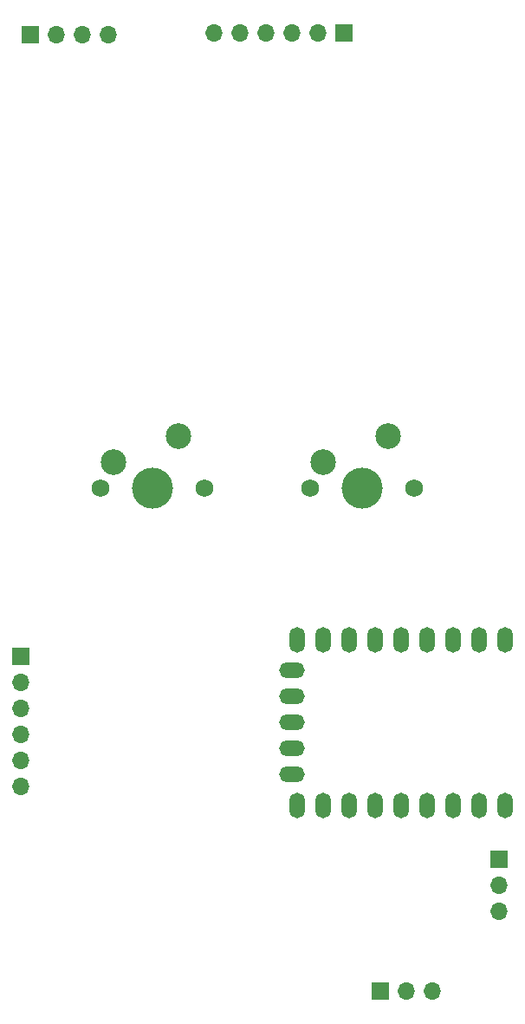
<source format=gbs>
G04 #@! TF.GenerationSoftware,KiCad,Pcbnew,7.0.1*
G04 #@! TF.CreationDate,2023-12-15T11:31:03-05:00*
G04 #@! TF.ProjectId,strum,73747275-6d2e-46b6-9963-61645f706362,rev?*
G04 #@! TF.SameCoordinates,Original*
G04 #@! TF.FileFunction,Soldermask,Bot*
G04 #@! TF.FilePolarity,Negative*
%FSLAX46Y46*%
G04 Gerber Fmt 4.6, Leading zero omitted, Abs format (unit mm)*
G04 Created by KiCad (PCBNEW 7.0.1) date 2023-12-15 11:31:03*
%MOMM*%
%LPD*%
G01*
G04 APERTURE LIST*
%ADD10R,1.700000X1.700000*%
%ADD11O,1.700000X1.700000*%
%ADD12O,1.500000X2.500000*%
%ADD13O,2.500000X1.500000*%
%ADD14C,1.750000*%
%ADD15C,4.000000*%
%ADD16C,2.500000*%
G04 APERTURE END LIST*
D10*
X131430000Y-40360000D03*
D11*
X133970000Y-40360000D03*
X136510000Y-40360000D03*
X139050000Y-40360000D03*
D10*
X130500000Y-101030000D03*
D11*
X130500000Y-103570000D03*
X130500000Y-106110000D03*
X130500000Y-108650000D03*
X130500000Y-111190000D03*
X130500000Y-113730000D03*
D12*
X177750000Y-99400000D03*
X175210000Y-99400000D03*
X172670000Y-99400000D03*
X170130000Y-99400000D03*
X167590000Y-99400000D03*
X165050000Y-99400000D03*
X162510000Y-99400000D03*
X159970000Y-99400000D03*
X157430000Y-99400000D03*
D13*
X156930000Y-102440000D03*
X156930000Y-104980000D03*
X156930000Y-107520000D03*
X156930000Y-110060000D03*
X156930000Y-112600000D03*
D12*
X157430000Y-115640000D03*
X159970000Y-115640000D03*
X162510000Y-115640000D03*
X165050000Y-115640000D03*
X167590000Y-115640000D03*
X170130000Y-115640000D03*
X172670000Y-115640000D03*
X175210000Y-115640000D03*
X177750000Y-115640000D03*
D14*
X168930000Y-84590000D03*
X158770000Y-84590000D03*
D15*
X163850000Y-84590000D03*
D16*
X166390000Y-79510000D03*
X160040000Y-82050000D03*
X139520000Y-82040000D03*
X145870000Y-79500000D03*
D15*
X143330000Y-84580000D03*
D14*
X138250000Y-84580000D03*
X148410000Y-84580000D03*
D11*
X170660000Y-133710000D03*
X168120000Y-133710000D03*
D10*
X165580000Y-133710000D03*
X162050000Y-40160000D03*
D11*
X159510000Y-40160000D03*
X156970000Y-40160000D03*
X154430000Y-40160000D03*
X151890000Y-40160000D03*
X149350000Y-40160000D03*
D10*
X177230000Y-120880000D03*
D11*
X177230000Y-123420000D03*
X177230000Y-125960000D03*
M02*

</source>
